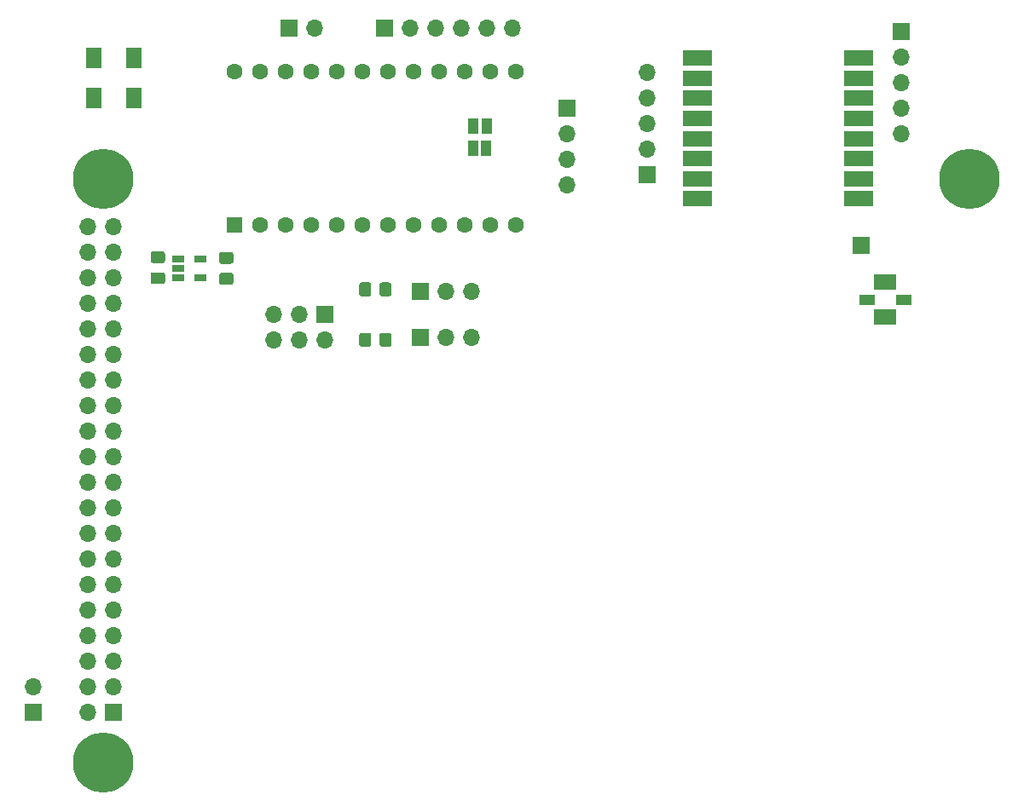
<source format=gbr>
%TF.GenerationSoftware,KiCad,Pcbnew,(5.1.10)-1*%
%TF.CreationDate,2022-01-27T16:25:42+08:00*%
%TF.ProjectId,hat,6861742e-6b69-4636-9164-5f7063625858,rev?*%
%TF.SameCoordinates,Original*%
%TF.FileFunction,Soldermask,Top*%
%TF.FilePolarity,Negative*%
%FSLAX46Y46*%
G04 Gerber Fmt 4.6, Leading zero omitted, Abs format (unit mm)*
G04 Created by KiCad (PCBNEW (5.1.10)-1) date 2022-01-27 16:25:42*
%MOMM*%
%LPD*%
G01*
G04 APERTURE LIST*
%ADD10R,1.524000X2.000000*%
%ADD11R,3.000000X1.524000*%
%ADD12C,1.600000*%
%ADD13R,1.600000X1.600000*%
%ADD14C,6.000000*%
%ADD15R,1.260000X0.650000*%
%ADD16R,2.200000X1.550000*%
%ADD17R,1.500000X1.000000*%
%ADD18O,1.700000X1.700000*%
%ADD19R,1.700000X1.700000*%
%ADD20R,1.000000X1.500000*%
G04 APERTURE END LIST*
D10*
%TO.C,SW1*%
X103000000Y-69000000D03*
X99000000Y-69000000D03*
X99000000Y-65000000D03*
X103000000Y-65000000D03*
%TD*%
D11*
%TO.C,U1*%
X175000000Y-79000000D03*
X175000000Y-77000000D03*
X175000000Y-75000000D03*
X175000000Y-73000000D03*
X175000000Y-71000000D03*
X175000000Y-69000000D03*
X175000000Y-67000000D03*
X175000000Y-65000000D03*
X159000000Y-79000000D03*
X159000000Y-77000000D03*
X159000000Y-75000000D03*
X159000000Y-73000000D03*
X159000000Y-71000000D03*
X159000000Y-69000000D03*
X159000000Y-67000000D03*
X159000000Y-65000000D03*
%TD*%
D12*
%TO.C,U3*%
X113030000Y-66380000D03*
X115570000Y-66380000D03*
X118110000Y-66380000D03*
X120650000Y-66380000D03*
X123190000Y-66380000D03*
X125730000Y-66380000D03*
X128270000Y-66380000D03*
X130810000Y-66380000D03*
X133350000Y-66380000D03*
X135890000Y-66380000D03*
X138430000Y-66380000D03*
X140970000Y-66380000D03*
X140970000Y-81620000D03*
X138430000Y-81620000D03*
X135890000Y-81620000D03*
X133350000Y-81620000D03*
X130810000Y-81620000D03*
X128270000Y-81620000D03*
X125730000Y-81620000D03*
X123190000Y-81620000D03*
X120650000Y-81620000D03*
X118110000Y-81620000D03*
X115570000Y-81620000D03*
D13*
X113030000Y-81620000D03*
%TD*%
%TO.C,C4*%
G36*
G01*
X111725000Y-86350000D02*
X112675000Y-86350000D01*
G75*
G02*
X112925000Y-86600000I0J-250000D01*
G01*
X112925000Y-87275000D01*
G75*
G02*
X112675000Y-87525000I-250000J0D01*
G01*
X111725000Y-87525000D01*
G75*
G02*
X111475000Y-87275000I0J250000D01*
G01*
X111475000Y-86600000D01*
G75*
G02*
X111725000Y-86350000I250000J0D01*
G01*
G37*
G36*
G01*
X111725000Y-84275000D02*
X112675000Y-84275000D01*
G75*
G02*
X112925000Y-84525000I0J-250000D01*
G01*
X112925000Y-85200000D01*
G75*
G02*
X112675000Y-85450000I-250000J0D01*
G01*
X111725000Y-85450000D01*
G75*
G02*
X111475000Y-85200000I0J250000D01*
G01*
X111475000Y-84525000D01*
G75*
G02*
X111725000Y-84275000I250000J0D01*
G01*
G37*
%TD*%
%TO.C,C3*%
G36*
G01*
X105875000Y-85387500D02*
X104925000Y-85387500D01*
G75*
G02*
X104675000Y-85137500I0J250000D01*
G01*
X104675000Y-84462500D01*
G75*
G02*
X104925000Y-84212500I250000J0D01*
G01*
X105875000Y-84212500D01*
G75*
G02*
X106125000Y-84462500I0J-250000D01*
G01*
X106125000Y-85137500D01*
G75*
G02*
X105875000Y-85387500I-250000J0D01*
G01*
G37*
G36*
G01*
X105875000Y-87462500D02*
X104925000Y-87462500D01*
G75*
G02*
X104675000Y-87212500I0J250000D01*
G01*
X104675000Y-86537500D01*
G75*
G02*
X104925000Y-86287500I250000J0D01*
G01*
X105875000Y-86287500D01*
G75*
G02*
X106125000Y-86537500I0J-250000D01*
G01*
X106125000Y-87212500D01*
G75*
G02*
X105875000Y-87462500I-250000J0D01*
G01*
G37*
%TD*%
%TO.C,R3*%
G36*
G01*
X127400000Y-88450001D02*
X127400000Y-87549999D01*
G75*
G02*
X127649999Y-87300000I249999J0D01*
G01*
X128350001Y-87300000D01*
G75*
G02*
X128600000Y-87549999I0J-249999D01*
G01*
X128600000Y-88450001D01*
G75*
G02*
X128350001Y-88700000I-249999J0D01*
G01*
X127649999Y-88700000D01*
G75*
G02*
X127400000Y-88450001I0J249999D01*
G01*
G37*
G36*
G01*
X125400000Y-88450001D02*
X125400000Y-87549999D01*
G75*
G02*
X125649999Y-87300000I249999J0D01*
G01*
X126350001Y-87300000D01*
G75*
G02*
X126600000Y-87549999I0J-249999D01*
G01*
X126600000Y-88450001D01*
G75*
G02*
X126350001Y-88700000I-249999J0D01*
G01*
X125649999Y-88700000D01*
G75*
G02*
X125400000Y-88450001I0J249999D01*
G01*
G37*
%TD*%
%TO.C,R4*%
G36*
G01*
X127400000Y-93450001D02*
X127400000Y-92549999D01*
G75*
G02*
X127649999Y-92300000I249999J0D01*
G01*
X128350001Y-92300000D01*
G75*
G02*
X128600000Y-92549999I0J-249999D01*
G01*
X128600000Y-93450001D01*
G75*
G02*
X128350001Y-93700000I-249999J0D01*
G01*
X127649999Y-93700000D01*
G75*
G02*
X127400000Y-93450001I0J249999D01*
G01*
G37*
G36*
G01*
X125400000Y-93450001D02*
X125400000Y-92549999D01*
G75*
G02*
X125649999Y-92300000I249999J0D01*
G01*
X126350001Y-92300000D01*
G75*
G02*
X126600000Y-92549999I0J-249999D01*
G01*
X126600000Y-93450001D01*
G75*
G02*
X126350001Y-93700000I-249999J0D01*
G01*
X125649999Y-93700000D01*
G75*
G02*
X125400000Y-93450001I0J249999D01*
G01*
G37*
%TD*%
D14*
%TO.C,H3*%
X186000000Y-77000000D03*
%TD*%
D15*
%TO.C,U4*%
X109600000Y-84950000D03*
X109600000Y-86850000D03*
X107400000Y-86850000D03*
X107400000Y-85900000D03*
X107400000Y-84950000D03*
%TD*%
D16*
%TO.C,U2*%
X177600000Y-90725000D03*
D17*
X179450000Y-89000000D03*
D16*
X177600000Y-87275000D03*
D17*
X175850000Y-89000000D03*
%TD*%
D18*
%TO.C,SPI_PORT1*%
X140620000Y-62000000D03*
X138080000Y-62000000D03*
X135540000Y-62000000D03*
X133000000Y-62000000D03*
X130460000Y-62000000D03*
D19*
X127920000Y-62000000D03*
%TD*%
D18*
%TO.C,SDA_PU1*%
X136550000Y-88150000D03*
X134010000Y-88150000D03*
D19*
X131470000Y-88150000D03*
%TD*%
D18*
%TO.C,SCL_PU1*%
X136550000Y-92800000D03*
X134010000Y-92800000D03*
D19*
X131470000Y-92800000D03*
%TD*%
D20*
%TO.C,JP11*%
X138050000Y-71770000D03*
X136750000Y-71770000D03*
%TD*%
%TO.C,JP10*%
X138000000Y-74000000D03*
X136700000Y-74000000D03*
%TD*%
D18*
%TO.C,J6*%
X154000000Y-66460000D03*
X154000000Y-69000000D03*
X154000000Y-71540000D03*
X154000000Y-74080000D03*
D19*
X154000000Y-76620000D03*
%TD*%
D18*
%TO.C,J5*%
X179200000Y-72560000D03*
X179200000Y-70020000D03*
X179200000Y-67480000D03*
X179200000Y-64940000D03*
D19*
X179200000Y-62400000D03*
%TD*%
D18*
%TO.C,J4*%
X116920000Y-93000000D03*
X116920000Y-90460000D03*
X119460000Y-93000000D03*
X119460000Y-90460000D03*
X122000000Y-93000000D03*
D19*
X122000000Y-90460000D03*
%TD*%
D18*
%TO.C,J3*%
X121000000Y-62000000D03*
D19*
X118460000Y-62000000D03*
%TD*%
%TO.C,J2*%
X175200000Y-83600000D03*
%TD*%
D18*
%TO.C,J1*%
X98460000Y-81740000D03*
X101000000Y-81740000D03*
X98460000Y-84280000D03*
X101000000Y-84280000D03*
X98460000Y-86820000D03*
X101000000Y-86820000D03*
X98460000Y-89360000D03*
X101000000Y-89360000D03*
X98460000Y-91900000D03*
X101000000Y-91900000D03*
X98460000Y-94440000D03*
X101000000Y-94440000D03*
X98460000Y-96980000D03*
X101000000Y-96980000D03*
X98460000Y-99520000D03*
X101000000Y-99520000D03*
X98460000Y-102060000D03*
X101000000Y-102060000D03*
X98460000Y-104600000D03*
X101000000Y-104600000D03*
X98460000Y-107140000D03*
X101000000Y-107140000D03*
X98460000Y-109680000D03*
X101000000Y-109680000D03*
X98460000Y-112220000D03*
X101000000Y-112220000D03*
X98460000Y-114760000D03*
X101000000Y-114760000D03*
X98460000Y-117300000D03*
X101000000Y-117300000D03*
X98460000Y-119840000D03*
X101000000Y-119840000D03*
X98460000Y-122380000D03*
X101000000Y-122380000D03*
X98460000Y-124920000D03*
X101000000Y-124920000D03*
X98460000Y-127460000D03*
X101000000Y-127460000D03*
X98460000Y-130000000D03*
D19*
X101000000Y-130000000D03*
%TD*%
D18*
%TO.C,I2C_PORT1*%
X146000000Y-77620000D03*
X146000000Y-75080000D03*
X146000000Y-72540000D03*
D19*
X146000000Y-70000000D03*
%TD*%
D14*
%TO.C,H2*%
X100000000Y-77000000D03*
%TD*%
%TO.C,H1*%
X100000000Y-135000000D03*
%TD*%
D18*
%TO.C,FAN1*%
X93000000Y-127460000D03*
D19*
X93000000Y-130000000D03*
%TD*%
M02*

</source>
